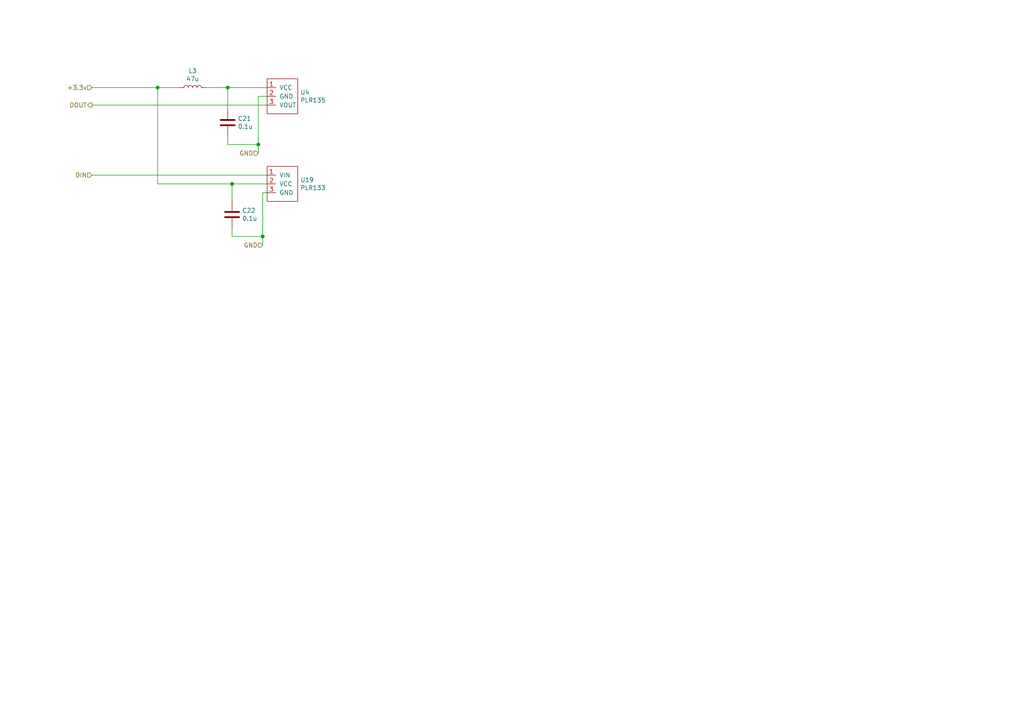
<source format=kicad_sch>
(kicad_sch (version 20230121) (generator eeschema)

  (uuid 38b25f43-d73d-449e-a767-d56e32a33c44)

  (paper "A4")

  (lib_symbols
    (symbol "Device:C" (pin_numbers hide) (pin_names (offset 0.254)) (in_bom yes) (on_board yes)
      (property "Reference" "C" (at 0.635 2.54 0)
        (effects (font (size 1.27 1.27)) (justify left))
      )
      (property "Value" "C" (at 0.635 -2.54 0)
        (effects (font (size 1.27 1.27)) (justify left))
      )
      (property "Footprint" "" (at 0.9652 -3.81 0)
        (effects (font (size 1.27 1.27)) hide)
      )
      (property "Datasheet" "~" (at 0 0 0)
        (effects (font (size 1.27 1.27)) hide)
      )
      (property "ki_keywords" "cap capacitor" (at 0 0 0)
        (effects (font (size 1.27 1.27)) hide)
      )
      (property "ki_description" "Unpolarized capacitor" (at 0 0 0)
        (effects (font (size 1.27 1.27)) hide)
      )
      (property "ki_fp_filters" "C_*" (at 0 0 0)
        (effects (font (size 1.27 1.27)) hide)
      )
      (symbol "C_0_1"
        (polyline
          (pts
            (xy -2.032 -0.762)
            (xy 2.032 -0.762)
          )
          (stroke (width 0.508) (type default))
          (fill (type none))
        )
        (polyline
          (pts
            (xy -2.032 0.762)
            (xy 2.032 0.762)
          )
          (stroke (width 0.508) (type default))
          (fill (type none))
        )
      )
      (symbol "C_1_1"
        (pin passive line (at 0 3.81 270) (length 2.794)
          (name "~" (effects (font (size 1.27 1.27))))
          (number "1" (effects (font (size 1.27 1.27))))
        )
        (pin passive line (at 0 -3.81 90) (length 2.794)
          (name "~" (effects (font (size 1.27 1.27))))
          (number "2" (effects (font (size 1.27 1.27))))
        )
      )
    )
    (symbol "Device:L" (pin_numbers hide) (pin_names (offset 1.016) hide) (in_bom yes) (on_board yes)
      (property "Reference" "L" (at -1.27 0 90)
        (effects (font (size 1.27 1.27)))
      )
      (property "Value" "L" (at 1.905 0 90)
        (effects (font (size 1.27 1.27)))
      )
      (property "Footprint" "" (at 0 0 0)
        (effects (font (size 1.27 1.27)) hide)
      )
      (property "Datasheet" "~" (at 0 0 0)
        (effects (font (size 1.27 1.27)) hide)
      )
      (property "ki_keywords" "inductor choke coil reactor magnetic" (at 0 0 0)
        (effects (font (size 1.27 1.27)) hide)
      )
      (property "ki_description" "Inductor" (at 0 0 0)
        (effects (font (size 1.27 1.27)) hide)
      )
      (property "ki_fp_filters" "Choke_* *Coil* Inductor_* L_*" (at 0 0 0)
        (effects (font (size 1.27 1.27)) hide)
      )
      (symbol "L_0_1"
        (arc (start 0 -2.54) (mid 0.6323 -1.905) (end 0 -1.27)
          (stroke (width 0) (type default))
          (fill (type none))
        )
        (arc (start 0 -1.27) (mid 0.6323 -0.635) (end 0 0)
          (stroke (width 0) (type default))
          (fill (type none))
        )
        (arc (start 0 0) (mid 0.6323 0.635) (end 0 1.27)
          (stroke (width 0) (type default))
          (fill (type none))
        )
        (arc (start 0 1.27) (mid 0.6323 1.905) (end 0 2.54)
          (stroke (width 0) (type default))
          (fill (type none))
        )
      )
      (symbol "L_1_1"
        (pin passive line (at 0 3.81 270) (length 1.27)
          (name "1" (effects (font (size 1.27 1.27))))
          (number "1" (effects (font (size 1.27 1.27))))
        )
        (pin passive line (at 0 -3.81 90) (length 1.27)
          (name "2" (effects (font (size 1.27 1.27))))
          (number "2" (effects (font (size 1.27 1.27))))
        )
      )
    )
    (symbol "ProjectSymbols:PLR133" (pin_names (offset 1.016)) (in_bom yes) (on_board yes)
      (property "Reference" "U" (at 0 0 0)
        (effects (font (size 1.27 1.27)))
      )
      (property "Value" "PLR133" (at 0 -12.7 0)
        (effects (font (size 1.27 1.27)))
      )
      (property "Footprint" "" (at 0 0 0)
        (effects (font (size 1.27 1.27)) hide)
      )
      (property "Datasheet" "" (at 0 0 0)
        (effects (font (size 1.27 1.27)) hide)
      )
      (symbol "PLR133_0_1"
        (rectangle (start -3.81 -1.27) (end 5.08 -11.43)
          (stroke (width 0) (type solid))
          (fill (type none))
        )
      )
      (symbol "PLR133_1_1"
        (pin input line (at -3.81 -3.81 0) (length 2.54)
          (name "VIN" (effects (font (size 1.27 1.27))))
          (number "1" (effects (font (size 1.27 1.27))))
        )
        (pin power_in line (at -3.81 -6.35 0) (length 2.54)
          (name "VCC" (effects (font (size 1.27 1.27))))
          (number "2" (effects (font (size 1.27 1.27))))
        )
        (pin power_in line (at -3.81 -8.89 0) (length 2.54)
          (name "GND" (effects (font (size 1.27 1.27))))
          (number "3" (effects (font (size 1.27 1.27))))
        )
      )
    )
    (symbol "ProjectSymbols:PLR135" (pin_names (offset 1.016)) (in_bom yes) (on_board yes)
      (property "Reference" "U" (at 0 0 0)
        (effects (font (size 1.27 1.27)))
      )
      (property "Value" "PLR135" (at 0 -12.7 0)
        (effects (font (size 1.27 1.27)))
      )
      (property "Footprint" "" (at 0 0 0)
        (effects (font (size 1.27 1.27)) hide)
      )
      (property "Datasheet" "" (at 0 0 0)
        (effects (font (size 1.27 1.27)) hide)
      )
      (symbol "PLR135_0_1"
        (rectangle (start -3.81 -1.27) (end 5.08 -11.43)
          (stroke (width 0) (type solid))
          (fill (type none))
        )
      )
      (symbol "PLR135_1_1"
        (pin power_in line (at -3.81 -3.81 0) (length 2.54)
          (name "VCC" (effects (font (size 1.27 1.27))))
          (number "1" (effects (font (size 1.27 1.27))))
        )
        (pin power_in line (at -3.81 -6.35 0) (length 2.54)
          (name "GND" (effects (font (size 1.27 1.27))))
          (number "2" (effects (font (size 1.27 1.27))))
        )
        (pin output line (at -3.81 -8.89 0) (length 2.54)
          (name "VOUT" (effects (font (size 1.27 1.27))))
          (number "3" (effects (font (size 1.27 1.27))))
        )
      )
    )
  )

  (junction (at 66.04 25.4) (diameter 0) (color 0 0 0 0)
    (uuid 136ee0f0-3c4e-403f-a460-3a954ceb9128)
  )
  (junction (at 76.2 68.58) (diameter 0) (color 0 0 0 0)
    (uuid 5e69ebd2-296b-4134-9a22-95eefd34d5b4)
  )
  (junction (at 67.31 53.34) (diameter 0) (color 0 0 0 0)
    (uuid 93c1e3a1-f78b-456c-b37f-5f017596558e)
  )
  (junction (at 45.72 25.4) (diameter 0) (color 0 0 0 0)
    (uuid 9cf11dc9-0198-405f-96ca-d88b5c9cdb0f)
  )
  (junction (at 74.93 41.91) (diameter 0) (color 0 0 0 0)
    (uuid a5d063df-180e-4244-a458-fa82e8264bbb)
  )

  (wire (pts (xy 66.04 39.37) (xy 66.04 41.91))
    (stroke (width 0) (type default))
    (uuid 018874a2-546b-41b5-acad-c3c525c266bb)
  )
  (wire (pts (xy 66.04 41.91) (xy 74.93 41.91))
    (stroke (width 0) (type default))
    (uuid 0b11ea55-6b6b-4421-b165-1cea08133ead)
  )
  (wire (pts (xy 76.2 68.58) (xy 67.31 68.58))
    (stroke (width 0) (type default))
    (uuid 0b881360-da36-45b6-ae64-0fb411867350)
  )
  (wire (pts (xy 66.04 25.4) (xy 77.47 25.4))
    (stroke (width 0) (type default))
    (uuid 0d4d2ae4-3afc-4850-ad33-127abafe20b0)
  )
  (wire (pts (xy 76.2 55.88) (xy 76.2 68.58))
    (stroke (width 0) (type default))
    (uuid 28bde09a-f7e3-4af6-a785-a56b28124804)
  )
  (wire (pts (xy 45.72 25.4) (xy 45.72 53.34))
    (stroke (width 0) (type default))
    (uuid 2bc12feb-4ce3-4fc4-9475-4537f8dc782c)
  )
  (wire (pts (xy 59.69 25.4) (xy 66.04 25.4))
    (stroke (width 0) (type default))
    (uuid 36ddaaa3-9263-48df-b43a-1872a163c38a)
  )
  (wire (pts (xy 74.93 27.94) (xy 77.47 27.94))
    (stroke (width 0) (type default))
    (uuid 4e56c27e-6816-433d-8b93-dfb0d5dc2da9)
  )
  (wire (pts (xy 66.04 31.75) (xy 66.04 25.4))
    (stroke (width 0) (type default))
    (uuid 508fdffc-f4aa-42e7-8935-7d743a42c6f9)
  )
  (wire (pts (xy 26.67 50.8) (xy 77.47 50.8))
    (stroke (width 0) (type default))
    (uuid 718958e5-4cbb-4cb3-aed3-b56a8b293cdc)
  )
  (wire (pts (xy 26.67 30.48) (xy 77.47 30.48))
    (stroke (width 0) (type default))
    (uuid 744bb2ca-6e9e-483b-ba71-fdf854e15a33)
  )
  (wire (pts (xy 74.93 27.94) (xy 74.93 41.91))
    (stroke (width 0) (type default))
    (uuid 849b9695-40db-4257-8fec-39a3af462ade)
  )
  (wire (pts (xy 45.72 25.4) (xy 52.07 25.4))
    (stroke (width 0) (type default))
    (uuid a2df5212-98b5-401d-a0d3-e5436cf06d34)
  )
  (wire (pts (xy 67.31 53.34) (xy 77.47 53.34))
    (stroke (width 0) (type default))
    (uuid b941f03c-6390-4f91-82e8-483118234a4f)
  )
  (wire (pts (xy 26.67 25.4) (xy 45.72 25.4))
    (stroke (width 0) (type default))
    (uuid cbab5fb0-4b78-4c6a-aea7-35e317a3d980)
  )
  (wire (pts (xy 67.31 66.04) (xy 67.31 68.58))
    (stroke (width 0) (type default))
    (uuid da22894b-5963-4353-abcc-6b4c2474edb3)
  )
  (wire (pts (xy 77.47 55.88) (xy 76.2 55.88))
    (stroke (width 0) (type default))
    (uuid da8da526-e283-400b-8c50-8dafadc67a4f)
  )
  (wire (pts (xy 67.31 58.42) (xy 67.31 53.34))
    (stroke (width 0) (type default))
    (uuid e9c9e982-8f9b-493b-a18c-79957d997f73)
  )
  (wire (pts (xy 76.2 71.12) (xy 76.2 68.58))
    (stroke (width 0) (type default))
    (uuid ed3eecb7-d976-40c7-b1b1-4e1a10c61c57)
  )
  (wire (pts (xy 45.72 53.34) (xy 67.31 53.34))
    (stroke (width 0) (type default))
    (uuid f218f6a3-3019-4c4b-9e43-4a22311fce84)
  )
  (wire (pts (xy 74.93 44.45) (xy 74.93 41.91))
    (stroke (width 0) (type default))
    (uuid f887addf-c8fd-4214-bbd2-0886b02dc4b8)
  )

  (hierarchical_label "+3.3v" (shape input) (at 26.67 25.4 180) (fields_autoplaced)
    (effects (font (size 1.27 1.27)) (justify right))
    (uuid 4b272ddb-3551-48fe-99f3-23053f83db31)
  )
  (hierarchical_label "DOUT" (shape output) (at 26.67 30.48 180) (fields_autoplaced)
    (effects (font (size 1.27 1.27)) (justify right))
    (uuid 87c54277-daae-4f8a-9eb6-d1a983b18b1b)
  )
  (hierarchical_label "GND" (shape input) (at 76.2 71.12 180) (fields_autoplaced)
    (effects (font (size 1.27 1.27)) (justify right))
    (uuid 9a96dc0c-ddf4-4288-b1ec-62b36232c0b2)
  )
  (hierarchical_label "DIN" (shape input) (at 26.67 50.8 180) (fields_autoplaced)
    (effects (font (size 1.27 1.27)) (justify right))
    (uuid b830c18d-db32-40f1-aa3f-efc4fadfcfa8)
  )
  (hierarchical_label "GND" (shape input) (at 74.93 44.45 180) (fields_autoplaced)
    (effects (font (size 1.27 1.27)) (justify right))
    (uuid c9f3c3d8-c1eb-4e11-ad82-e61da5d7fc99)
  )

  (symbol (lib_id "ProjectSymbols:PLR135") (at 81.28 21.59 0) (unit 1)
    (in_bom yes) (on_board yes) (dnp no)
    (uuid 00000000-0000-0000-0000-0000642b2e4d)
    (property "Reference" "U4" (at 87.0712 26.7716 0)
      (effects (font (size 1.27 1.27)) (justify left))
    )
    (property "Value" "PLR135" (at 87.0712 29.083 0)
      (effects (font (size 1.27 1.27)) (justify left))
    )
    (property "Footprint" "usbdac:PLR133-135" (at 81.28 21.59 0)
      (effects (font (size 1.27 1.27)) hide)
    )
    (property "Datasheet" "" (at 81.28 21.59 0)
      (effects (font (size 1.27 1.27)) hide)
    )
    (pin "1" (uuid e6631b6f-e152-4bc2-88c8-53a64ed2c58f))
    (pin "2" (uuid e20a6ec2-c1e3-45e1-bb99-b77ef0618848))
    (pin "3" (uuid f56a18c2-130f-49be-86cd-d46c9c1cd246))
    (instances
      (project "usbdac"
        (path "/d1c9d0ec-7d09-4a8b-b15d-504a9295cae6/00000000-0000-0000-0000-000067b79a8f"
          (reference "U4") (unit 1)
        )
      )
    )
  )

  (symbol (lib_id "ProjectSymbols:PLR133") (at 81.28 46.99 0) (unit 1)
    (in_bom yes) (on_board yes) (dnp no)
    (uuid 00000000-0000-0000-0000-0000642b648d)
    (property "Reference" "U19" (at 87.0712 52.1716 0)
      (effects (font (size 1.27 1.27)) (justify left))
    )
    (property "Value" "PLR133" (at 87.0712 54.483 0)
      (effects (font (size 1.27 1.27)) (justify left))
    )
    (property "Footprint" "usbdac:PLR133-135" (at 81.28 46.99 0)
      (effects (font (size 1.27 1.27)) hide)
    )
    (property "Datasheet" "" (at 81.28 46.99 0)
      (effects (font (size 1.27 1.27)) hide)
    )
    (pin "1" (uuid 0f3ec20d-803b-46e2-9d85-60ac4d0682b7))
    (pin "2" (uuid c54d5f9f-eb1f-4294-8719-412c43ef3966))
    (pin "3" (uuid a1891aea-e30b-414b-a634-d0df72062c5c))
    (instances
      (project "usbdac"
        (path "/d1c9d0ec-7d09-4a8b-b15d-504a9295cae6/00000000-0000-0000-0000-000067b79a8f"
          (reference "U19") (unit 1)
        )
      )
    )
  )

  (symbol (lib_id "Device:C") (at 66.04 35.56 0) (unit 1)
    (in_bom yes) (on_board yes) (dnp no)
    (uuid 00000000-0000-0000-0000-000067b988ce)
    (property "Reference" "C21" (at 68.961 34.3916 0)
      (effects (font (size 1.27 1.27)) (justify left))
    )
    (property "Value" "0.1u" (at 68.961 36.703 0)
      (effects (font (size 1.27 1.27)) (justify left))
    )
    (property "Footprint" "Capacitor_SMD:C_0603_1608Metric" (at 67.0052 39.37 0)
      (effects (font (size 1.27 1.27)) hide)
    )
    (property "Datasheet" "~" (at 66.04 35.56 0)
      (effects (font (size 1.27 1.27)) hide)
    )
    (pin "1" (uuid f2bc20d1-b35d-43d4-a443-af46104cf455))
    (pin "2" (uuid a914234e-2954-47b1-b5b3-4e8f718bde08))
    (instances
      (project "usbdac"
        (path "/d1c9d0ec-7d09-4a8b-b15d-504a9295cae6/00000000-0000-0000-0000-000067b79a8f"
          (reference "C21") (unit 1)
        )
        (path "/d1c9d0ec-7d09-4a8b-b15d-504a9295cae6"
          (reference "C?") (unit 1)
        )
      )
    )
  )

  (symbol (lib_id "Device:C") (at 67.31 62.23 0) (unit 1)
    (in_bom yes) (on_board yes) (dnp no)
    (uuid 00000000-0000-0000-0000-000067b988d4)
    (property "Reference" "C22" (at 70.231 61.0616 0)
      (effects (font (size 1.27 1.27)) (justify left))
    )
    (property "Value" "0.1u" (at 70.231 63.373 0)
      (effects (font (size 1.27 1.27)) (justify left))
    )
    (property "Footprint" "Capacitor_SMD:C_0603_1608Metric" (at 68.2752 66.04 0)
      (effects (font (size 1.27 1.27)) hide)
    )
    (property "Datasheet" "~" (at 67.31 62.23 0)
      (effects (font (size 1.27 1.27)) hide)
    )
    (pin "1" (uuid 5ab20b71-f882-41cc-82cf-a57f8a212e2c))
    (pin "2" (uuid 91054995-52f0-406d-9055-256b46240fe5))
    (instances
      (project "usbdac"
        (path "/d1c9d0ec-7d09-4a8b-b15d-504a9295cae6/00000000-0000-0000-0000-000067b79a8f"
          (reference "C22") (unit 1)
        )
        (path "/d1c9d0ec-7d09-4a8b-b15d-504a9295cae6"
          (reference "C?") (unit 1)
        )
      )
    )
  )

  (symbol (lib_id "Device:L") (at 55.88 25.4 90) (unit 1)
    (in_bom yes) (on_board yes) (dnp no)
    (uuid 00000000-0000-0000-0000-000067b98902)
    (property "Reference" "L3" (at 55.88 20.574 90)
      (effects (font (size 1.27 1.27)))
    )
    (property "Value" "47u" (at 55.88 22.8854 90)
      (effects (font (size 1.27 1.27)))
    )
    (property "Footprint" "usbdac:A915AY-100M" (at 55.88 25.4 0)
      (effects (font (size 1.27 1.27)) hide)
    )
    (property "Datasheet" "~" (at 55.88 25.4 0)
      (effects (font (size 1.27 1.27)) hide)
    )
    (pin "1" (uuid 6645a81d-f410-4ce2-9f41-11e027cf71fe))
    (pin "2" (uuid 15eaeb36-629d-46e1-9580-82d551c8a746))
    (instances
      (project "usbdac"
        (path "/d1c9d0ec-7d09-4a8b-b15d-504a9295cae6/00000000-0000-0000-0000-000067b79a8f"
          (reference "L3") (unit 1)
        )
        (path "/d1c9d0ec-7d09-4a8b-b15d-504a9295cae6"
          (reference "L?") (unit 1)
        )
      )
    )
  )
)

</source>
